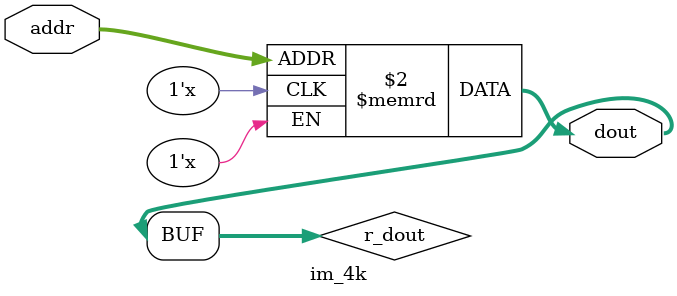
<source format=v>
module im_4k( addr, dout );
    
    input [9:0] addr;
    output [31:0] dout;
    
    reg [31:0] imem[1023:0];
    reg [31:0]  r_dout;
    
    always @(addr)
    begin
        r_dout = imem[addr];
    end
    assign dout = r_dout;
endmodule    

</source>
